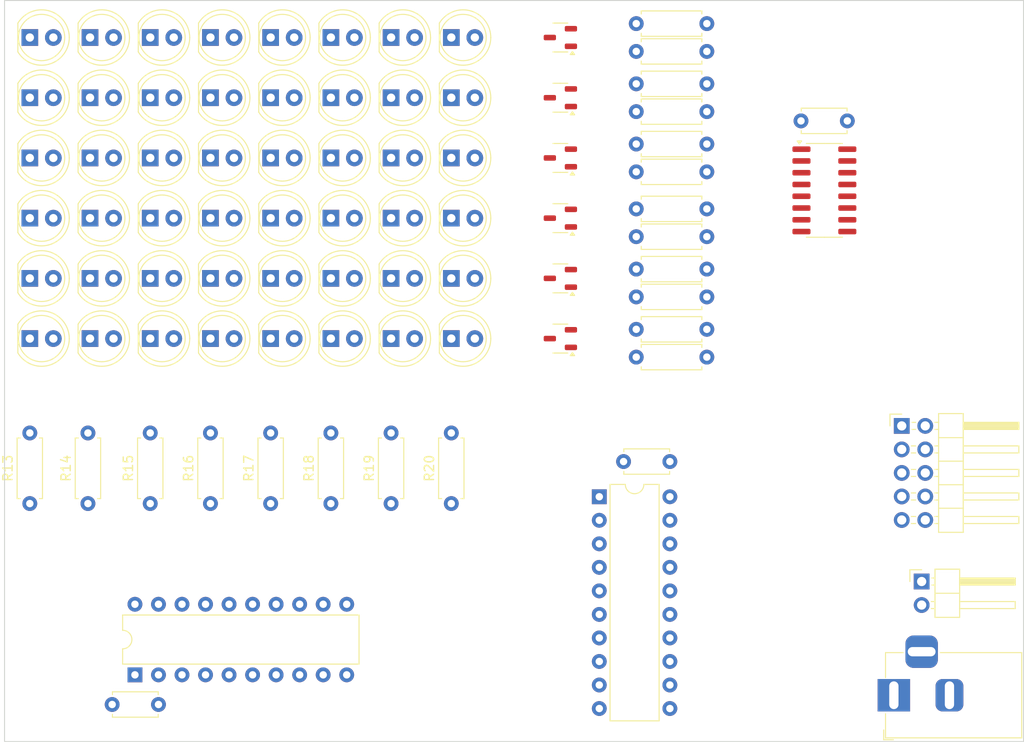
<source format=kicad_pcb>
(kicad_pcb (version 20240108) (generator "pcbnew") (generator_version "8.0")
  (layers (0 "F.Cu" signal) (31 "B.Cu" signal) (34 "B.Paste" user) (35 "F.Paste" user) (36 "B.SilkS" user "B.Silkscreen") (37 "F.SilkS" user "F.Silkscreen") (38 "B.Mask" user) (39 "F.Mask" user) (44 "Edge.Cuts" user))
  (net 0 "")
  (net 1 "+5V")
  (net 2 "GND")
  (net 3 "Net-(D1-K)")
  (net 4 "Net-(D1-A)")
  (net 5 "Net-(D10-K)")
  (net 6 "Net-(D11-K)")
  (net 7 "Net-(D12-K)")
  (net 8 "Net-(D13-K)")
  (net 9 "Net-(D14-K)")
  (net 10 "Net-(D15-K)")
  (net 11 "Net-(D16-K)")
  (net 12 "Net-(D10-A)")
  (net 13 "Net-(D17-A)")
  (net 14 "Net-(D25-A)")
  (net 15 "Net-(D33-A)")
  (net 16 "Net-(D41-A)")
  (net 17 "Net-(J1-Pin_2)")
  (net 18 "ApplyRowAndStrobe")
  (net 19 "OutputEnable")
  (net 20 "RowData")
  (net 21 "RowStrobe")
  (net 22 "ShiftRowData")
  (net 23 "ShiftRowStrobe")
  (net 24 "Net-(Q1-G)")
  (net 25 "Net-(Q2-G)")
  (net 26 "Net-(Q3-G)")
  (net 27 "Net-(Q4-G)")
  (net 28 "Net-(Q5-G)")
  (net 29 "Net-(Q6-G)")
  (net 30 "Net-(U2-QA)")
  (net 31 "Net-(U2-QB)")
  (net 32 "Net-(U2-QC)")
  (net 33 "Net-(U2-QD)")
  (net 34 "Net-(U2-QE)")
  (net 35 "Net-(U2-QF)")
  (net 36 "Net-(U3-DRAIN7)")
  (net 37 "Net-(U3-DRAIN6)")
  (net 38 "Net-(U3-DRAIN5)")
  (net 39 "Net-(U3-DRAIN4)")
  (net 40 "Net-(U3-DRAIN3)")
  (net 41 "Net-(U3-DRAIN2)")
  (net 42 "Net-(U3-DRAIN1)")
  (net 43 "Net-(U3-DRAIN0)")
  (net 44 "/ShiftRowStrobe'")
  (net 45 "/RowStrobe'")
  (net 47 "/RowData'")
  (net 49 "/ShiftRowData'")
  (net 50 "/ApplyRowAndStrobe'")
  (net 51 "/OutputEnable'")
  (footprint "LED_THT:LED_D5.0mm" (layer "F.Cu") (at 78.725 60.5)
    (property "Reference" "D13" (hide yes))
    (property "Value" "~" (hide yes))
    (pad "1" thru_hole rect (at 0 0) (size 1.8 1.8) (drill 0.9) (layers "*.Cu" "*.Mask") (net 8 "Net-(D13-K)"))
    (pad "2" thru_hole circle (at 2.54 0) (size 1.8 1.8) (drill 0.9) (layers "*.Cu" "*.Mask") (net 12 "Net-(D10-A)"))
  )
  (footprint "LED_THT:LED_D5.0mm" (layer "F.Cu") (at 78.725 67)
    (property "Reference" "D21" (hide yes))
    (property "Value" "~" (hide yes))
    (pad "1" thru_hole rect (at 0 0) (size 1.8 1.8) (drill 0.9) (layers "*.Cu" "*.Mask") (net 8 "Net-(D13-K)"))
    (pad "2" thru_hole circle (at 2.54 0) (size 1.8 1.8) (drill 0.9) (layers "*.Cu" "*.Mask") (net 13 "Net-(D17-A)"))
  )
  (footprint "LED_THT:LED_D5.0mm" (layer "F.Cu") (at 72.225 73.5)
    (property "Reference" "D28" (hide yes))
    (property "Value" "~" (hide yes))
    (pad "1" thru_hole rect (at 0 0) (size 1.8 1.8) (drill 0.9) (layers "*.Cu" "*.Mask") (net 7 "Net-(D12-K)"))
    (pad "2" thru_hole circle (at 2.54 0) (size 1.8 1.8) (drill 0.9) (layers "*.Cu" "*.Mask") (net 14 "Net-(D25-A)"))
  )
  (footprint "LED_THT:LED_D5.0mm" (layer "F.Cu") (at 91.725 67)
    (property "Reference" "D23" (hide yes))
    (property "Value" "~" (hide yes))
    (pad "1" thru_hole rect (at 0 0) (size 1.8 1.8) (drill 0.9) (layers "*.Cu" "*.Mask") (net 10 "Net-(D15-K)"))
    (pad "2" thru_hole circle (at 2.54 0) (size 1.8 1.8) (drill 0.9) (layers "*.Cu" "*.Mask") (net 13 "Net-(D17-A)"))
  )
  (footprint "LED_THT:LED_D5.0mm" (layer "F.Cu") (at 98.225 54)
    (property "Reference" "D8" (hide yes))
    (property "Value" "~" (hide yes))
    (pad "1" thru_hole rect (at 0 0) (size 1.8 1.8) (drill 0.9) (layers "*.Cu" "*.Mask") (net 11 "Net-(D16-K)"))
    (pad "2" thru_hole circle (at 2.54 0) (size 1.8 1.8) (drill 0.9) (layers "*.Cu" "*.Mask") (net 4 "Net-(D1-A)"))
  )
  (footprint "Resistor_THT:R_Axial_DIN0207_L6.3mm_D2.5mm_P7.62mm_Horizontal" (layer "F.Cu") (at 91.725 104.31 90)
    (property "Reference" "R19" (at 3.81 -2.37 90) (layer "F.SilkS"))
    (property "Value" "R")
    (pad "1" thru_hole circle (at 0 0 90) (size 1.6 1.6) (drill 0.8) (layers "*.Cu" "*.Mask") (net 42 "Net-(U3-DRAIN1)"))
    (pad "2" thru_hole oval (at 7.62 0 90) (size 1.6 1.6) (drill 0.8) (layers "*.Cu" "*.Mask") (net 10 "Net-(D15-K)"))
  )
  (footprint "Capacitor_THT:C_Disc_D4.7mm_W2.5mm_P5.00mm" (layer "F.Cu") (at 140.975 63 180)
    (property "Reference" "C2" (hide yes))
    (property "Value" "100nF" (hide yes))
    (pad "1" thru_hole circle (at 0 0 180) (size 1.6 1.6) (drill 0.8) (layers "*.Cu" "*.Mask") (net 1 "+5V"))
    (pad "2" thru_hole circle (at 5 0 180) (size 1.6 1.6) (drill 0.8) (layers "*.Cu" "*.Mask") (net 2 "GND"))
  )
  (footprint "LED_THT:LED_D5.0mm" (layer "F.Cu") (at 85.225 60.5)
    (property "Reference" "D14" (hide yes))
    (property "Value" "~" (hide yes))
    (pad "1" thru_hole rect (at 0 0) (size 1.8 1.8) (drill 0.9) (layers "*.Cu" "*.Mask") (net 9 "Net-(D14-K)"))
    (pad "2" thru_hole circle (at 2.54 0) (size 1.8 1.8) (drill 0.9) (layers "*.Cu" "*.Mask") (net 12 "Net-(D10-A)"))
  )
  (footprint "LED_THT:LED_D5.0mm" (layer "F.Cu") (at 65.725 54)
    (property "Reference" "D3" (hide yes))
    (property "Value" "~" (hide yes))
    (pad "1" thru_hole rect (at 0 0) (size 1.8 1.8) (drill 0.9) (layers "*.Cu" "*.Mask") (net 6 "Net-(D11-K)"))
    (pad "2" thru_hole circle (at 2.54 0) (size 1.8 1.8) (drill 0.9) (layers "*.Cu" "*.Mask") (net 4 "Net-(D1-A)"))
  )
  (footprint "LED_THT:LED_D5.0mm" (layer "F.Cu") (at 59.225 54)
    (property "Reference" "D2" (hide yes))
    (property "Value" "~" (hide yes))
    (pad "1" thru_hole rect (at 0 0) (size 1.8 1.8) (drill 0.9) (layers "*.Cu" "*.Mask") (net 5 "Net-(D10-K)"))
    (pad "2" thru_hole circle (at 2.54 0) (size 1.8 1.8) (drill 0.9) (layers "*.Cu" "*.Mask") (net 4 "Net-(D1-A)"))
  )
  (footprint "Resistor_THT:R_Axial_DIN0207_L6.3mm_D2.5mm_P7.62mm_Horizontal" (layer "F.Cu") (at 59 104.31 90)
    (property "Reference" "R14" (at 3.81 -2.37 90) (layer "F.SilkS"))
    (property "Value" "R")
    (pad "1" thru_hole circle (at 0 0 90) (size 1.6 1.6) (drill 0.8) (layers "*.Cu" "*.Mask") (net 37 "Net-(U3-DRAIN6)"))
    (pad "2" thru_hole oval (at 7.62 0 90) (size 1.6 1.6) (drill 0.8) (layers "*.Cu" "*.Mask") (net 5 "Net-(D10-K)"))
  )
  (footprint "LED_THT:LED_D5.0mm" (layer "F.Cu") (at 85.225 73.5)
    (property "Reference" "D30" (hide yes))
    (property "Value" "~" (hide yes))
    (pad "1" thru_hole rect (at 0 0) (size 1.8 1.8) (drill 0.9) (layers "*.Cu" "*.Mask") (net 9 "Net-(D14-K)"))
    (pad "2" thru_hole circle (at 2.54 0) (size 1.8 1.8) (drill 0.9) (layers "*.Cu" "*.Mask") (net 14 "Net-(D25-A)"))
  )
  (footprint "LED_THT:LED_D5.0mm" (layer "F.Cu") (at 65.725 80)
    (property "Reference" "D35" (hide yes))
    (property "Value" "~" (hide yes))
    (pad "1" thru_hole rect (at 0 0) (size 1.8 1.8) (drill 0.9) (layers "*.Cu" "*.Mask") (net 6 "Net-(D11-K)"))
    (pad "2" thru_hole circle (at 2.54 0) (size 1.8 1.8) (drill 0.9) (layers "*.Cu" "*.Mask") (net 15 "Net-(D33-A)"))
  )
  (footprint "LED_THT:LED_D5.0mm" (layer "F.Cu") (at 91.725 80)
    (property "Reference" "D39" (hide yes))
    (property "Value" "~" (hide yes))
    (pad "1" thru_hole rect (at 0 0) (size 1.8 1.8) (drill 0.9) (layers "*.Cu" "*.Mask") (net 10 "Net-(D15-K)"))
    (pad "2" thru_hole circle (at 2.54 0) (size 1.8 1.8) (drill 0.9) (layers "*.Cu" "*.Mask") (net 15 "Net-(D33-A)"))
  )
  (footprint "LED_THT:LED_D5.0mm" (layer "F.Cu") (at 98.225 86.5)
    (property "Reference" "D48" (hide yes))
    (property "Value" "~" (hide yes))
    (pad "1" thru_hole rect (at 0 0) (size 1.8 1.8) (drill 0.9) (layers "*.Cu" "*.Mask") (net 11 "Net-(D16-K)"))
    (pad "2" thru_hole circle (at 2.54 0) (size 1.8 1.8) (drill 0.9) (layers "*.Cu" "*.Mask") (net 16 "Net-(D41-A)"))
  )
  (footprint "Package_DIP:DIP-20_W7.62mm" (layer "F.Cu") (at 114.2 103.575)
    (property "Reference" "U1" (hide yes))
    (property "Value" "74HCT541" (hide yes))
    (pad "1" thru_hole rect (at 0 0) (size 1.6 1.6) (drill 0.8) (layers "*.Cu" "*.Mask") (net 2 "GND"))
    (pad "2" thru_hole oval (at 0 2.54) (size 1.6 1.6) (drill 0.8) (layers "*.Cu" "*.Mask") (net 20 "RowData"))
    (pad "3" thru_hole oval (at 0 5.08) (size 1.6 1.6) (drill 0.8) (layers "*.Cu" "*.Mask") (net 22 "ShiftRowData"))
    (pad "4" thru_hole oval (at 0 7.62) (size 1.6 1.6) (drill 0.8) (layers "*.Cu" "*.Mask") (net 18 "ApplyRowAndStrobe"))
    (pad "5" thru_hole oval (at 0 10.16) (size 1.6 1.6) (drill 0.8) (layers "*.Cu" "*.Mask") (net 21 "RowStrobe"))
    (pad "6" thru_hole oval (at 0 12.7) (size 1.6 1.6) (drill 0.8) (layers "*.Cu" "*.Mask") (net 23 "ShiftRowStrobe"))
    (pad "7" thru_hole oval (at 0 15.24) (size 1.6 1.6) (drill 0.8) (layers "*.Cu" "*.Mask") (net 19 "OutputEnable"))
    (pad "8" thru_hole oval (at 0 17.78) (size 1.6 1.6) (drill 0.8) (layers "*.Cu" "*.Mask") (net 2 "GND"))
    (pad "9" thru_hole oval (at 0 20.32) (size 1.6 1.6) (drill 0.8) (layers "*.Cu" "*.Mask") (net 2 "GND"))
    (pad "10" thru_hole oval (at 0 22.86) (size 1.6 1.6) (drill 0.8) (layers "*.Cu" "*.Mask") (net 2 "GND"))
    (pad "11" thru_hole oval (at 7.62 22.86) (size 1.6 1.6) (drill 0.8) (layers "*.Cu" "*.Mask"))
    (pad "12" thru_hole oval (at 7.62 20.32) (size 1.6 1.6) (drill 0.8) (layers "*.Cu" "*.Mask"))
    (pad "13" thru_hole oval (at 7.62 17.78) (size 1.6 1.6) (drill 0.8) (layers "*.Cu" "*.Mask") (net 51 "/OutputEnable'"))
    (pad "14" thru_hole oval (at 7.62 15.24) (size 1.6 1.6) (drill 0.8) (layers "*.Cu" "*.Mask") (net 44 "/ShiftRowStrobe'"))
    (pad "15" thru_hole oval (at 7.62 12.7) (size 1.6 1.6) (drill 0.8) (layers "*.Cu" "*.Mask") (net 45 "/RowStrobe'"))
    (pad "16" thru_hole oval (at 7.62 10.16) (size 1.6 1.6) (drill 0.8) (layers "*.Cu" "*.Mask") (net 50 "/ApplyRowAndStrobe'"))
    (pad "17" thru_hole oval (at 7.62 7.62) (size 1.6 1.6) (drill 0.8) (layers "*.Cu" "*.Mask") (net 49 "/ShiftRowData'"))
    (pad "18" thru_hole oval (at 7.62 5.08) (size 1.6 1.6) (drill 0.8) (layers "*.Cu" "*.Mask") (net 47 "/RowData'"))
    (pad "19" thru_hole oval (at 7.62 2.54) (size 1.6 1.6) (drill 0.8) (layers "*.Cu" "*.Mask") (net 2 "GND"))
    (pad "20" thru_hole oval (at 7.62 0) (size 1.6 1.6) (drill 0.8) (layers "*.Cu" "*.Mask") (net 1 "+5V"))
  )
  (footprint "Resistor_THT:R_Axial_DIN0207_L6.3mm_D2.5mm_P7.62mm_Horizontal" (layer "F.Cu") (at 118.19 88.5)
    (property "Reference" "R12" (hide yes))
    (property "Value" "150R" (hide yes))
    (pad "1" thru_hole circle (at 0 0) (size 1.6 1.6) (drill 0.8) (layers "*.Cu" "*.Mask") (net 29 "Net-(Q6-G)"))
    (pad "2" thru_hole oval (at 7.62 0) (size 1.6 1.6) (drill 0.8) (layers "*.Cu" "*.Mask") (net 35 "Net-(U2-QF)"))
  )
  (footprint "LED_THT:LED_D5.0mm" (layer "F.Cu") (at 72.225 80)
    (property "Reference" "D36" (hide yes))
    (property "Value" "~" (hide yes))
    (pad "1" thru_hole rect (at 0 0) (size 1.8 1.8) (drill 0.9) (layers "*.Cu" "*.Mask") (net 7 "Net-(D12-K)"))
    (pad "2" thru_hole circle (at 2.54 0) (size 1.8 1.8) (drill 0.9) (layers "*.Cu" "*.Mask") (net 15 "Net-(D33-A)"))
  )
  (footprint "LED_THT:LED_D5.0mm" (layer "F.Cu") (at 59.225 73.5)
    (property "Reference" "D26" (hide yes))
    (property "Value" "~" (hide yes))
    (pad "1" thru_hole rect (at 0 0) (size 1.8 1.8) (drill 0.9) (layers "*.Cu" "*.Mask") (net 5 "Net-(D10-K)"))
    (pad "2" thru_hole circle (at 2.54 0) (size 1.8 1.8) (drill 0.9) (layers "*.Cu" "*.Mask") (net 14 "Net-(D25-A)"))
  )
  (footprint "LED_THT:LED_D5.0mm" (layer "F.Cu") (at 98.225 67)
    (property "Reference" "D24" (hide yes))
    (property "Value" "~" (hide yes))
    (pad "1" thru_hole rect (at 0 0) (size 1.8 1.8) (drill 0.9) (layers "*.Cu" "*.Mask") (net 11 "Net-(D16-K)"))
    (pad "2" thru_hole circle (at 2.54 0) (size 1.8 1.8) (drill 0.9) (layers "*.Cu" "*.Mask") (net 13 "Net-(D17-A)"))
  )
  (footprint "Resistor_THT:R_Axial_DIN0207_L6.3mm_D2.5mm_P7.62mm_Horizontal" (layer "F.Cu") (at 78.725 104.31 90)
    (property "Reference" "R17" (at 3.81 -2.37 90) (layer "F.SilkS"))
    (property "Value" "R")
    (pad "1" thru_hole circle (at 0 0 90) (size 1.6 1.6) (drill 0.8) (layers "*.Cu" "*.Mask") (net 40 "Net-(U3-DRAIN3)"))
    (pad "2" thru_hole oval (at 7.62 0 90) (size 1.6 1.6) (drill 0.8) (layers "*.Cu" "*.Mask") (net 8 "Net-(D13-K)"))
  )
  (footprint "LED_THT:LED_D5.0mm" (layer "F.Cu") (at 52.725 73.5)
    (property "Reference" "D25" (hide yes))
    (property "Value" "~" (hide yes))
    (pad "1" thru_hole rect (at 0 0) (size 1.8 1.8) (drill 0.9) (layers "*.Cu" "*.Mask") (net 3 "Net-(D1-K)"))
    (pad "2" thru_hole circle (at 2.54 0) (size 1.8 1.8) (drill 0.9) (layers "*.Cu" "*.Mask") (net 14 "Net-(D25-A)"))
  )
  (footprint "Package_TO_SOT_SMD:SOT-23-3" (layer "F.Cu") (at 110 54 180)
    (property "Reference" "Q1" (hide yes))
    (property "Value" "SQ2351CES" (hide yes))
    (pad "1" smd roundrect (at -1.1375 -0.95 180) (size 1.325 0.6) (layers "F.Cu" "F.Paste" "F.Mask") (net 24 "Net-(Q1-G)"))
    (pad "2" smd roundrect (at -1.1375 0.95 180) (size 1.325 0.6) (layers "F.Cu" "F.Paste" "F.Mask") (net 1 "+5V"))
    (pad "3" smd roundrect (at 1.1375 0 180) (size 1.325 0.6) (layers "F.Cu" "F.Paste" "F.Mask") (net 4 "Net-(D1-A)"))
  )
  (footprint "Capacitor_THT:C_Disc_D4.7mm_W2.5mm_P5.00mm" (layer "F.Cu") (at 121.82 99.775 180)
    (property "Reference" "C1" (hide yes))
    (property "Value" "100nF" (hide yes))
    (pad "1" thru_hole circle (at 0 0 180) (size 1.6 1.6) (drill 0.8) (layers "*.Cu" "*.Mask") (net 1 "+5V"))
    (pad "2" thru_hole circle (at 5 0 180) (size 1.6 1.6) (drill 0.8) (layers "*.Cu" "*.Mask") (net 2 "GND"))
  )
  (footprint "LED_THT:LED_D5.0mm" (layer "F.Cu") (at 52.725 86.5)
    (property "Reference" "D41" (hide yes))
    (property "Value" "~" (hide yes))
    (pad "1" thru_hole rect (at 0 0) (size 1.8 1.8) (drill 0.9) (layers "*.Cu" "*.Mask") (net 3 "Net-(D1-K)"))
    (pad "2" thru_hole circle (at 2.54 0) (size 1.8 1.8) (drill 0.9) (layers "*.Cu" "*.Mask") (net 16 "Net-(D41-A)"))
  )
  (footprint "LED_THT:LED_D5.0mm" (layer "F.Cu") (at 59.225 60.5)
    (property "Reference" "D10" (hide yes))
    (property "Value" "~" (hide yes))
    (pad "1" thru_hole rect (at 0 0) (size 1.8 1.8) (drill 0.9) (layers "*.Cu" "*.Mask") (net 5 "Net-(D10-K)"))
    (pad "2" thru_hole circle (at 2.54 0) (size 1.8 1.8) (drill 0.9) (layers "*.Cu" "*.Mask") (net 12 "Net-(D10-A)"))
  )
  (footprint "Resistor_THT:R_Axial_DIN0207_L6.3mm_D2.5mm_P7.62mm_Horizontal" (layer "F.Cu") (at 52.725 104.31 90)
    (property "Reference" "R13" (at 3.81 -2.37 90) (layer "F.SilkS"))
    (property "Value" "R")
    (pad "1" thru_hole circle (at 0 0 90) (size 1.6 1.6) (drill 0.8) (layers "*.Cu" "*.Mask") (net 36 "Net-(U3-DRAIN7)"))
    (pad "2" thru_hole oval (at 7.62 0 90) (size 1.6 1.6) (drill 0.8) (layers "*.Cu" "*.Mask") (net 3 "Net-(D1-K)"))
  )
  (footprint "LED_THT:LED_D5.0mm" (layer "F.Cu") (at 91.725 73.5)
    (property "Reference" "D31" (hide yes))
    (property "Value" "~" (hide yes))
    (pad "1" thru_hole rect (at 0 0) (size 1.8 1.8) (drill 0.9) (layers "*.Cu" "*.Mask") (net 10 "Net-(D15-K)"))
    (pad "2" thru_hole circle (at 2.54 0) (size 1.8 1.8) (drill 0.9) (layers "*.Cu" "*.Mask") (net 14 "Net-(D25-A)"))
  )
  (footprint "LED_THT:LED_D5.0mm" (layer "F.Cu") (at 91.725 60.5)
    (property "Reference" "D15" (hide yes))
    (property "Value" "~" (hide yes))
    (pad "1" thru_hole rect (at 0 0) (size 1.8 1.8) (drill 0.9) (layers "*.Cu" "*.Mask") (net 10 "Net-(D15-K)"))
    (pad "2" thru_hole circle (at 2.54 0) (size 1.8 1.8) (drill 0.9) (layers "*.Cu" "*.Mask") (net 12 "Net-(D10-A)"))
  )
  (footprint "Package_TO_SOT_SMD:SOT-23-3" (layer "F.Cu") (at 110 67 180)
    (property "Reference" "Q3" (hide yes))
    (property "Value" "SQ2351CES" (hide yes))
    (pad "1" smd roundrect (at -1.1375 -0.95 180) (size 1.325 0.6) (layers "F.Cu" "F.Paste" "F.Mask") (net 26 "Net-(Q3-G)"))
    (pad "2" smd roundrect (at -1.1375 0.95 180) (size 1.325 0.6) (layers "F.Cu" "F.Paste" "F.Mask") (net 1 "+5V"))
    (pad "3" smd roundrect (at 1.1375 0 180) (size 1.325 0.6) (layers "F.Cu" "F.Paste" "F.Mask") (net 13 "Net-(D17-A)"))
  )
  (footprint "Capacitor_THT:C_Disc_D4.7mm_W2.5mm_P5.00mm" (layer "F.Cu") (at 66.615 126 180)
    (property "Reference" "C3" (hide yes))
    (property "Value" "100nF" (hide yes))
    (pad "1" thru_hole circle (at 0 0 180) (size 1.6 1.6) (drill 0.8) (layers "*.Cu" "*.Mask") (net 1 "+5V"))
    (pad "2" thru_hole circle (at 5 0 180) (size 1.6 1.6) (drill 0.8) (layers "*.Cu" "*.Mask") (net 2 "GND"))
  )
  (footprint "Resistor_THT:R_Axial_DIN0207_L6.3mm_D2.5mm_P7.62mm_Horizontal" (layer "F.Cu") (at 98.225 104.31 90)
    (property "Reference" "R20" (at 3.81 -2.37 90) (layer "F.SilkS"))
    (property "Value" "R")
    (pad "1" thru_hole circle (at 0 0 90) (size 1.6 1.6) (drill 0.8) (layers "*.Cu" "*.Mask") (net 43 "Net-(U3-DRAIN0)"))
    (pad "2" thru_hole oval (at 7.62 0 90) (size 1.6 1.6) (drill 0.8) (layers "*.Cu" "*.Mask") (net 11 "Net-(D16-K)"))
  )
  (footprint "LED_THT:LED_D5.0mm" (layer "F.Cu") (at 91.725 54)
    (property "Reference" "D7" (hide yes))
    (property "Value" "~" (hide yes))
    (pad "1" thru_hole rect (at 0 0) (size 1.8 1.8) (drill 0.9) (layers "*.Cu" "*.Mask") (net 10 "Net-(D15-K)"))
    (pad "2" thru_hole circle (at 2.54 0) (size 1.8 1.8) (drill 0.9) (layers "*.Cu" "*.Mask") (net 4 "Net-(D1-A)"))
  )
  (footprint "Connector_PinHeader_2.54mm:PinHeader_2x05_P2.54mm_Horizontal" (layer "F.Cu") (at 146.85 95.925)
    (property "Reference" "J3" (hide yes))
    (property "Value" "~" (hide yes))
    (pad "1" thru_hole rect (at 0 0) (size 1.7 1.7) (drill 1) (layers "*.Cu" "*.Mask") (net 20 "RowData"))
    (pad "2" thru_hole oval (at 2.54 0) (size 1.7 1.7) (drill 1) (layers "*.Cu" "*.Mask") (net 21 "RowStrobe"))
    (pad "3" thru_hole oval (at 0 2.54) (size 1.7 1.7) (drill 1) (layers "*.Cu" "*.Mask") (net 22 "ShiftRowData"))
    (pad "4" thru_hole oval (at 2.54 2.54) (size 1.7 1.7) (drill 1) (layers "*.Cu" "*.Mask") (net 23 "ShiftRowStrobe"))
    (pad "5" thru_hole oval (at 0 5.08) (size 1.7 1.7) (drill 1) (layers "*.Cu" "*.Mask") (net 18 "ApplyRowAndStrobe"))
    (pad "6" thru_hole oval (at 2.54 5.08) (size 1.7 1.7) (drill 1) (layers "*.Cu" "*.Mask") (net 19 "OutputEnable"))
    (pad "7" thru_hole oval (at 0 7.62) (size 1.7 1.7) (drill 1) (layers "*.Cu" "*.Mask"))
    (pad "8" thru_hole oval (at 2.54 7.62) (size 1.7 1.7) (drill 1) (layers "*.Cu" "*.Mask"))
    (pad "9" thru_hole oval (at 0 10.16) (size 1.7 1.7) (drill 1) (layers "*.Cu" "*.Mask") (net 2 "GND"))
    (pad "10" thru_hole oval (at 2.54 10.16) (size 1.7 1.7) (drill 1) (layers "*.Cu" "*.Mask") (net 2 "GND"))
  )
  (footprint "Resistor_THT:R_Axial_DIN0207_L6.3mm_D2.5mm_P7.62mm_Horizontal" (layer "F.Cu") (at 65.725 104.31 90)
    (property "Reference" "R15" (at 3.81 -2.37 90) (layer "F.SilkS"))
    (property "Value" "R")
    (pad "1" thru_hole circle (at 0 0 90) (size 1.6 1.6) (drill 0.8) (layers "*.Cu" "*.Mask") (net 38 "Net-(U3-DRAIN5)"))
    (pad "2" thru_hole oval (at 7.62 0 90) (size 1.6 1.6) (drill 0.8) (layers "*.Cu" "*.Mask") (net 6 "Net-(D11-K)"))
  )
  (footprint "LED_THT:LED_D5.0mm" (layer "F.Cu") (at 65.725 60.5)
    (property "Reference" "D11" (hide yes))
    (property "Value" "~" (hide yes))
    (pad "1" thru_hole rect (at 0 0) (size 1.8 1.8) (drill 0.9) (layers "*.Cu" "*.Mask") (net 6 "Net-(D11-K)"))
    (pad "2" thru_hole circle (at 2.54 0) (size 1.8 1.8) (drill 0.9) (layers "*.Cu" "*.Mask") (net 12 "Net-(D10-A)"))
  )
  (footprint "Package_TO_SOT_SMD:SOT-23-3" (layer "F.Cu") (at 110 60.5 180)
    (property "Reference" "Q2" (hide yes))
    (property "Value" "SQ2351CES" (hide yes))
    (pad "1" smd roundrect (at -1.1375 -0.95 180) (size 1.325 0.6) (layers "F.Cu" "F.Paste" "F.Mask") (net 25 "Net-(Q2-G)"))
    (pad "2" smd roundrect (at -1.1375 0.95 180) (size 1.325 0.6) (layers "F.Cu" "F.Paste" "F.Mask") (net 1 "+5V"))
    (pad "3" smd roundrect (at 1.1375 0 180) (size 1.325 0.6) (layers "F.Cu" "F.Paste" "F.Mask") (net 12 "Net-(D10-A)"))
  )
  (footprint "LED_THT:LED_D5.0mm" (layer "F.Cu") (at 72.225 86.5)
    (property "Reference" "D44" (hide yes))
    (property "Value" "~" (hide yes))
    (pad "1" thru_hole rect (at 0 0) (size 1.8 1.8) (drill 0.9) (layers "*.Cu" "*.Mask") (net 7 "Net-(D12-K)"))
    (pad "2" thru_hole circle (at 2.54 0) (size 1.8 1.8) (drill 0.9) (layers "*.Cu" "*.Mask") (net 16 "Net-(D41-A)"))
  )
  (footprint "LED_THT:LED_D5.0mm" (layer "F.Cu") (at 78.725 73.5)
    (property "Reference" "D29" (hide yes))
    (property "Value" "~" (hide yes))
    (pad "1" thru_hole rect (at 0 0) (size 1.8 1.8) (drill 0.9) (layers "*.Cu" "*.Mask") (net 8 "Net-(D13-K)"))
    (pad "2" thru_hole circle (at 2.54 0) (size 1.8 1.8) (drill 0.9) (layers "*.Cu" "*.Mask") (net 14 "Net-(D25-A)"))
  )
  (footprint "Connector_PinHeader_2.54mm:PinHeader_1x02_P2.54mm_Horizontal" (layer "F.Cu") (at 149 112.725)
    (property "Reference" "J1" (hide yes))
    (property "Value" "~" (hide yes))
    (pad "1" thru_hole rect (at 0 0) (size 1.7 1.7) (drill 1) (layers "*.Cu" "*.Mask") (net 1 "+5V"))
    (pad "2" thru_hole oval (at 0 2.54) (size 1.7 1.7) (drill 1) (layers "*.Cu" "*.Mask") (net 17 "Net-(J1-Pin_2)"))
  )
  (footprint "Resistor_THT:R_Axial_DIN0207_L6.3mm_D2.5mm_P7.62mm_Horizontal" (layer "F.Cu") (at 118.19 75.5)
    (property "Reference" "R10" (hide yes))
    (property "Value" "150R" (hide yes))
    (pad "1" thru_hole circle (at 0 0) (size 1.6 1.6) (drill 0.8) (layers "*.Cu" "*.Mask") (net 27 "Net-(Q4-G)"))
    (pad "2" thru_hole oval (at 7.62 0) (size 1.6 1.6) (drill 0.8) (layers "*.Cu" "*.Mask") (net 33 "Net-(U2-QD)"))
  )
  (footprint "LED_THT:LED_D5.0mm" (layer "F.Cu") (at 78.725 86.5)
    (property "Reference" "D45" (hide yes))
    (property "Value" "~" (hide yes))
    (pad "1" thru_hole rect (at 0 0) (size 1.8 1.8) (drill 0.9) (layers "*.Cu" "*.Mask") (net 8 "Net-(D13-K)"))
    (pad "2" thru_hole circle (at 2.54 0) (size 1.8 1.8) (drill 0.9) (layers "*.Cu" "*.Mask") (net 16 "Net-(D41-A)"))
  )
  (footprint "Resistor_THT:R_Axial_DIN0207_L6.3mm_D2.5mm_P7.62mm_Horizontal" (layer "F.Cu") (at 118.19 85.5)
    (property "Reference" "R6" (hide yes))
    (property "Value" "1M" (hide yes))
    (pad "1" thru_hole circle (at 0 0) (size 1.6 1.6) (drill 0.8) (layers "*.Cu" "*.Mask") (net 1 "+5V"))
    (pad "2" thru_hole oval (at 7.62 0) (size 1.6 1.6) (drill 0.8) (layers "*.Cu" "*.Mask") (net 35 "Net-(U2-QF)"))
  )
  (footprint "Package_TO_SOT_SMD:SOT-23-3" (layer "F.Cu") (at 110 80 180)
    (property "Reference" "Q5" (hide yes))
    (property "Value" "SQ2351CES" (hide yes))
    (pad "1" smd roundrect (at -1.1375 -0.95 180) (size 1.325 0.6) (layers "F.Cu" "F.Paste" "F.Mask") (net 28 "Net-(Q5-G)"))
    (pad "2" smd roundrect (at -1.1375 0.95 180) (size 1.325 0.6) (layers "F.Cu" "F.Paste" "F.Mask") (net 1 "+5V"))
    (pad "3" smd roundrect (at 1.1375 0 180) (size 1.325 0.6) (layers "F.Cu" "F.Paste" "F.Mask") (net 15 "Net-(D33-A)"))
  )
  (footprint "Resistor_THT:R_Axial_DIN0207_L6.3mm_D2.5mm_P7.62mm_Horizontal" (layer "F.Cu") (at 85.225 104.31 90)
    (property "Reference" "R18" (at 3.81 -2.37 90) (layer "F.SilkS"))
    (property "Value" "R")
    (pad "1" thru_hole circle (at 0 0 90) (size 1.6 1.6) (drill 0.8) (layers "*.Cu" "*.Mask") (net 41 "Net-(U3-DRAIN2)"))
    (pad "2" thru_hole oval (at 7.62 0 90) (size 1.6 1.6) (drill 0.8) (layers "*.Cu" "*.Mask") (net 9 "Net-(D14-K)"))
  )
  (footprint "LED_THT:LED_D5.0mm" (layer "F.Cu") (at 65.725 86.5)
    (property "Reference" "D43" (hide yes))
    (property "Value" "~" (hide yes))
    (pad "1" thru_hole rect (at 0 0) (size 1.8 1.8) (drill 0.9) (layers "*.Cu" "*.Mask") (net 6 "Net-(D11-K)"))
    (pad "2" thru_hole circle (at 2.54 0) (size 1.8 1.8) (drill 0.9) (layers "*.Cu" "*.Mask") (net 16 "Net-(D41-A)"))
  )
  (footprint "Resistor_THT:R_Axial_DIN0207_L6.3mm_D2.5mm_P7.62mm_Horizontal" (layer "F.Cu") (at 118.19 82)
    (property "Reference" "R11" (hide yes))
    (property "Value" "150R" (hide yes))
    (pad "1" thru_hole circle (at 0 0) (size 1.6 1.6) (drill 0.8) (layers "*.Cu" "*.Mask") (net 28 "Net-(Q5-G)"))
    (pad "2" thru_hole oval (at 7.62 0) (size 1.6 1.6) (drill 0.8) (layers "*.Cu" "*.Mask") (net 34 "Net-(U2-QE)"))
  )
  (footprint "LED_THT:LED_D5.0mm" (layer "F.Cu") (at 72.225 60.5)
    (property "Reference" "D12" (hide yes))
    (property "Value" "~" (hide yes))
    (pad "1" thru_hole rect (at 0 0) (size 1.8 1.8) (drill 0.9) (layers "*.Cu" "*.Mask") (net 7 "Net-(D12-K)"))
    (pad "2" thru_hole circle (at 2.54 0) (size 1.8 1.8) (drill 0.9) (layers "*.Cu" "*.Mask") (net 12 "Net-(D10-A)"))
  )
  (footprint "Package_DIP:DIP-20_W7.62mm" (layer "F.Cu") (at 64.075 122.8 90)
    (property "Reference" "U3" (hide yes))
    (property "Value" "TPIC6B595N" (hide yes))
    (pad "1" thru_hole rect (at 0 0 90) (size 1.6 1.6) (drill 0.8) (layers "*.Cu" "*.Mask"))
    (pad "2" thru_hole oval (at 0 2.54 90) (size 1.6 1.6) (drill 0.8) (layers "*.Cu" "*.Mask") (net 1 "+5V"))
    (pad "3" thru_hole oval (at 0 5.08 90) (size 1.6 1.6) (drill 0.8) (layers "*.Cu" "*.Mask") (net 47 "/RowData'"))
    (pad "4" thru_hole oval (at 0 7.62 90) (size 1.6 1.6) (drill 0.8) (layers "*.Cu" "*.Mask") (net 43 "Net-(U3-DRAIN0)"))
    (pad "5" thru_hole oval (at 0 10.16 90) (size 1.6 1.6) (drill 0.8) (layers "*.Cu" "*.Mask") (net 42 "Net-(U3-DRAIN1)"))
    (pad "6" thru_hole oval (at 0 12.7 90) (size 1.6 1.6) (drill 0.8) (layers "*.Cu" "*.Mask") (net 41 "Net-(U3-DRAIN2)"))
    (pad "7" thru_hole oval (at 0 15.24 90) (size 1.6 1.6) (drill 0.8) (layers "*.Cu" "*.Mask") (net 40 "Net-(U3-DRAIN3)"))
    (pad "8" thru_hole oval (at 0 17.78 90) (size 1.6 1.6) (drill 0.8) (layers "*.Cu" "*.Mask") (net 1 "+5V"))
    (pad "9" thru_hole oval (at 0 20.32 90) (size 1.6 1.6) (drill 0.8) (layers "*.Cu" "*.Mask") (net 2 "GND"))
    (pad "10" thru_hole oval (at 0 22.86 90) (size 1.6 1.6) (drill 0.8) (layers "*.Cu" "*.Mask") (net 2 "GND"))
    (pad "11" thru_hole oval (at 7.62 22.86 90) (size 1.6 1.6) (drill 0.8) (layers "*.Cu" "*.Mask") (net 2 "GND"))
    (pad "12" thru_hole oval (at 7.62 20.32 90) (size 1.6 1.6) (drill 0.8) (layers "*.Cu" "*.Mask") (net 50 "/ApplyRowAndStrobe'"))
    (pad "13" thru_hole oval (at 7.62 17.78 90) (size 1.6 1.6) (drill 0.8) (layers "*.Cu" "*.Mask") (net 49 "/ShiftRowData'"))
    (pad "14" thru_hole oval (at 7.62 15.24 90) (size 1.6 1.6) (drill 0.8) (layers "*.Cu" "*.Mask") (net 39 "Net-(U3-DRAIN4)"))
    (pad "15" thru_hole oval (at 7.62 12.7 90) (size 1.6 1.6) (drill 0.8) (layers "*.Cu" "*.Mask") (net 38 "Net-(U3-DRAIN5)"))
    (pad "16" thru_hole oval (at 7.62 10.16 90) (size 1.6 1.6) (drill 0.8) (layers "*.Cu" "*.Mask") (net 37 "Net-(U3-DRAIN6)"))
    (pad "17" thru_hole oval (at 7.62 7.62 90) (size 1.6 1.6) (drill 0.8) (layers "*.Cu" "*.Mask") (net 36 "Net-(U3-DRAIN7)"))
    (pad "18" thru_hole oval (at 7.62 5.08 90) (size 1.6 1.6) (drill 0.8) (layers "*.Cu" "*.Mask"))
    (pad "19" thru_hole oval (at 7.62 2.54 90) (size 1.6 1.6) (drill 0.8) (layers "*.Cu" "*.Mask") (net 2 "GND"))
    (pad "20" thru_hole oval (at 7.62 0 90) (size 1.6 1.6) (drill 0.8) (layers "*.Cu" "*.Mask"))
  )
  (footprint "LED_THT:LED_D5.0mm" (layer "F.Cu") (at 52.725 80)
    (property "Reference" "D33" (hide yes))
    (property "Value" "~" (hide yes))
    (pad "1" thru_hole rect (at 0 0) (size 1.8 1.8) (drill 0.9) (layers "*.Cu" "*.Mask") (net 3 "Net-(D1-K)"))
    (pad "2" thru_hole circle (at 2.54 0) (size 1.8 1.8) (drill 0.9) (layers "*.Cu" "*.Mask") (net 15 "Net-(D33-A)"))
  )
  (footprint "LED_THT:LED_D5.0mm" (layer "F.Cu") (at 52.725 67)
    (property "Reference" "D17" (hide yes))
    (property "Value" "~" (hide yes))
    (pad "1" thru_hole rect (at 0 0) (size 1.8 1.8) (drill 0.9) (layers "*.Cu" "*.Mask") (net 3 "Net-(D1-K)"))
    (pad "2" thru_hole circle (at 2.54 0) (size 1.8 1.8) (drill 0.9) (layers "*.Cu" "*.Mask") (net 13 "Net-(D17-A)"))
  )
  (footprint "LED_THT:LED_D5.0mm" (layer "F.Cu") (at 72.225 54)
    (property "Reference" "D4" (hide yes))
    (property "Value" "~" (hide yes))
    (pad "1" thru_hole rect (at 0 0) (size 1.8 1.8) (drill 0.9) (layers "*.Cu" "*.Mask") (net 7 "Net-(D12-K)"))
    (pad "2" thru_hole circle (at 2.54 0) (size 1.8 1.8) (drill 0.9) (layers "*.Cu" "*.Mask") (net 4 "Net-(D1-A)"))
  )
  (footprint "Package_SO:SOIC-16_3.9x9.9mm_P1.27mm" (layer "F.Cu") (at 138.5 70.5)
    (property "Reference" "U2" (hide yes))
    (property "Value" "74HCT595" (hide yes))
    (pad "1" smd roundrect (at -2.475 -4.445) (size 1.95 0.6) (layers "F.Cu" "F.Paste" "F.Mask") (net 31 "Net-(U2-QB)"))
    (pad "2" smd roundrect (at -2.475 -3.175) (size 1.95 0.6) (layers "F.Cu" "F.Paste" "F.Mask") (net 32 "Net-(U2-QC)"))
    (pad "3" smd roundrect (at -2.475 -1.905) (size 1.95 0.6) (layers "F.Cu" "F.Paste" "F.Mask") (net 33 "Net-(U2-QD)"))
    (pad "4" smd roundrect (at -2.475 -0.635) (size 1.95 0.6) (layers "F.Cu" "F.Paste" "F.Mask") (net 34 "Net-(U2-QE)"))
    (pad "5" smd roundrect (at -2.475 0.635) (size 1.95 0.6) (layers "F.Cu" "F.Paste" "F.Mask") (net 35 "Net-(U2-QF)"))
    (pad "6" smd roundrect (at -2.475 1.905) (size 1.95 0.6) (layers "F.Cu" "F.Paste" "F.Mask"))
    (pad "7" smd roundrect (at -2.475 3.175) (size 1.95 0.6) (layers "F.Cu" "F.Paste" "F.Mask"))
    (pad "8" smd roundrect (at -2.475 4.445) (size 1.95 0.6) (layers "F.Cu" "F.Paste" "F.Mask") (net 2 "GND"))
    (pad "9" smd roundrect (at 2.475 4.445) (size 1.95 0.6) (layers "F.Cu" "F.Paste" "F.Mask"))
    (pad "10" smd roundrect (at 2.475 3.175) (size 1.95 0.6) (layers "F.Cu" "F.Paste" "F.Mask") (net 1 "+5V"))
    (pad "11" smd roundrect (at 2.475 1.905) (size 1.95 0.6) (layers "F.Cu" "F.Paste" "F.Mask") (net 44 "/ShiftRowStrobe'"))
    (pad "12" smd roundrect (at 2.475 0.635) (size 1.95 0.6) (layers "F.Cu" "F.Paste" "F.Mask") (net 50 "/ApplyRowAndStrobe'"))
    (pad "13" smd roundrect (at 2.475 -0.635) (size 1.95 0.6) (layers "F.Cu" "F.Paste" "F.Mask") (net 51 "/OutputEnable'"))
    (pad "14" smd roundrect (at 2.475 -1.905) (size 1.95 0.6) (layers "F.Cu" "F.Paste" "F.Mask") (net 45 "/RowStrobe'"))
    (pad "15" smd roundrect (at 2.475 -3.175) (size 1.95 0.6) (layers "F.Cu" "F.Paste" "F.Mask") (net 30 "Net-(U2-QA)"))
    (pad "16" smd roundrect (at 2.475 -4.445) (size 1.95 0.6) (layers "F.Cu" "F.Paste" "F.Mask") (net 1 "+5V"))
  )
  (footprint "LED_THT:LED_D5.0mm" (layer "F.Cu") (at 52.725 60.5)
    (property "Reference" "D9" (hide yes))
    (property "Value" "~" (hide yes))
    (pad "1" thru_hole rect (at 0 0) (size 1.8 1.8) (drill 0.9) (layers "*.Cu" "*.Mask") (net 3 "Net-(D1-K)"))
    (pad "2" thru_hole circle (at 2.54 0) (size 1.8 1.8) (drill 0.9) (layers "*.Cu" "*.Mask") (net 12 "Net-(D10-A)"))
  )
  (footprint "Resistor_THT:R_Axial_DIN0207_L6.3mm_D2.5mm_P7.62mm_Horizontal" (layer "F.Cu") (at 118.19 65.5)
    (property "Reference" "R3" (hide yes))
    (property "Value" "1M" (hide yes))
    (pad "1" thru_hole circle (at 0 0) (size 1.6 1.6) (drill 0.8) (layers "*.Cu" "*.Mask") (net 1 "+5V"))
    (pad "2" thru_hole oval (at 7.62 0) (size 1.6 1.6) (drill 0.8) (layers "*.Cu" "*.Mask") (net 32 "Net-(U2-QC)"))
  )
  (footprint "LED_THT:LED_D5.0mm" (layer "F.Cu") (at 98.225 73.5)
    (property "Reference" "D32" (hide yes))
    (property "Value" "~" (hide yes))
    (pad "1" thru_hole rect (at 0 0) (size 1.8 1.8) (drill 0.9) (layers "*.Cu" "*.Mask") (net 11 "Net-(D16-K)"))
    (pad "2" thru_hole circle (at 2.54 0) (size 1.8 1.8) (drill 0.9) (layers "*.Cu" "*.Mask") (net 14 "Net-(D25-A)"))
  )
  (footprint "LED_THT:LED_D5.0mm" (layer "F.Cu") (at 78.725 54)
    (property "Reference" "D5" (hide yes))
    (property "Value" "~" (hide yes))
    (pad "1" thru_hole rect (at 0 0) (size 1.8 1.8) (drill 0.9) (layers "*.Cu" "*.Mask") (net 8 "Net-(D13-K)"))
    (pad "2" thru_hole circle (at 2.54 0) (size 1.8 1.8) (drill 0.9) (layers "*.Cu" "*.Mask") (net 4 "Net-(D1-A)"))
  )
  (footprint "LED_THT:LED_D5.0mm" (layer "F.Cu") (at 98.225 80)
    (property "Reference" "D40" (hide yes))
    (property "Value" "~" (hide yes))
    (pad "1" thru_hole rect (at 0 0) (size 1.8 1.8) (drill 0.9) (layers "*.Cu" "*.Mask") (net 11 "Net-(D16-K)"))
    (pad "2" thru_hole circle (at 2.54 0) (size 1.8 1.8) (drill 0.9) (layers "*.Cu" "*.Mask") (net 15 "Net-(D33-A)"))
  )
  (footprint "Resistor_THT:R_Axial_DIN0207_L6.3mm_D2.5mm_P7.62mm_Horizontal" (layer "F.Cu") (at 118.19 59)
    (property "Reference" "R2" (hide yes))
    (property "Value" "1M" (hide yes))
    (pad "1" thru_hole circle (at 0 0) (size 1.6 1.6) (drill 0.8) (layers "*.Cu" "*.Mask") (net 1 "+5V"))
    (pad "2" thru_hole oval (at 7.62 0) (size 1.6 1.6) (drill 0.8) (layers "*.Cu" "*.Mask") (net 31 "Net-(U2-QB)"))
  )
  (footprint "LED_THT:LED_D5.0mm" (layer "F.Cu") (at 85.225 86.5)
    (property "Reference" "D46" (hide yes))
    (property "Value" "~" (hide yes))
    (pad "1" thru_hole rect (at 0 0) (size 1.8 1.8) (drill 0.9) (layers "*.Cu" "*.Mask") (net 9 "Net-(D14-K)"))
    (pad "2" thru_hole circle (at 2.54 0) (size 1.8 1.8) (drill 0.9) (layers "*.Cu" "*.Mask") (net 16 "Net-(D41-A)"))
  )
  (footprint "Resistor_THT:R_Axial_DIN0207_L6.3mm_D2.5mm_P7.62mm_Horizontal" (layer "F.Cu") (at 118.19 68.5)
    (property "Reference" "R9" (hide yes))
    (property "Value" "150R" (hide yes))
    (pad "1" thru_hole circle (at 0 0) (size 1.6 1.6) (drill 0.8) (layers "*.Cu" "*.Mask") (net 26 "Net-(Q3-G)"))
    (pad "2" thru_hole oval (at 7.62 0) (size 1.6 1.6) (drill 0.8) (layers "*.Cu" "*.Mask") (net 32 "Net-(U2-QC)"))
  )
  (footprint "Resistor_THT:R_Axial_DIN0207_L6.3mm_D2.5mm_P7.62mm_Horizontal" (layer "F.Cu") (at 118.19 55.5)
    (property "Reference" "R7" (hide yes))
    (property "Value" "150R" (hide yes))
    (pad "1" thru_hole circle (at 0 0) (size 1.6 1.6) (drill 0.8) (layers "*.Cu" "*.Mask") (net 24 "Net-(Q1-G)"))
    (pad "2" thru_hole oval (at 7.62 0) (size 1.6 1.6) (drill 0.8) (layers "*.Cu" "*.Mask") (net 30 "Net-(U2-QA)"))
  )
  (footprint "Package_TO_SOT_SMD:SOT-23-3" (layer "F.Cu") (at 110 86.5 180)
    (property "Reference" "Q6" (hide yes))
    (property "Value" "SQ2351CES" (hide yes))
    (pad "1" smd roundrect (at -1.1375 -0.95 180) (size 1.325 0.6) (layers "F.Cu" "F.Paste" "F.Mask") (net 29 "Net-(Q6-G)"))
    (pad "2" smd roundrect (at -1.1375 0.95 180) (size 1.325 0.6) (layers "F.Cu" "F.Paste" "F.Mask") (net 1 "+5V"))
    (pad "3" smd roundrect (at 1.1375 0 180) (size 1.325 0.6) (layers "F.Cu" "F.Paste" "F.Mask") (net 16 "Net-(D41-A)"))
  )
  (footprint "LED_THT:LED_D5.0mm" (layer "F.Cu") (at 59.225 67)
    (property "Reference" "D18" (hide yes))
    (property "Value" "~" (hide yes))
    (pad "1" thru_hole rect (at 0 0) (size 1.8 1.8) (drill 0.9) (layers "*.Cu" "*.Mask") (net 5 "Net-(D10-K)"))
    (pad "2" thru_hole circle (at 2.54 0) (size 1.8 1.8) (drill 0.9) (layers "*.Cu" "*.Mask") (net 13 "Net-(D17-A)"))
  )
  (footprint "LED_THT:LED_D5.0mm" (layer "F.Cu") (at 65.725 67)
    (property "Reference" "D19" (hide yes))
    (property "Value" "~" (hide yes))
    (pad "1" thru_hole rect (at 0 0) (size 1.8 1.8) (drill 0.9) (layers "*.Cu" "*.Mask") (net 6 "Net-(D11-K)"))
    (pad "2" thru_hole circle (at 2.54 0) (size 1.8 1.8) (drill 0.9) (layers "*.Cu" "*.Mask") (net 13 "Net-(D17-A)"))
  )
  (footprint "Package_TO_SOT_SMD:SOT-23-3" (layer "F.Cu") (at 110 73.5 180)
    (property "Reference" "Q4" (hide yes))
    (property "Value" "SQ2351CES" (hide yes))
    (pad "1" smd roundrect (at -1.1375 -0.95 180) (size 1.325 0.6) (layers "F.Cu" "F.Paste" "F.Mask") (net 27 "Net-(Q4-G)"))
    (pad "2" smd roundrect (at -1.1375 0.95 180) (size 1.325 0.6) (layers "F.Cu" "F.Paste" "F.Mask") (net 1 "+5V"))
    (pad "3" smd roundrect (at 1.1375 0 180) (size 1.325 0.6) (layers "F.Cu" "F.Paste" "F.Mask") (net 14 "Net-(D25-A)"))
  )
  (footprint "LED_THT:LED_D5.0mm" (layer "F.Cu") (at 59.225 80)
    (property "Reference" "D34" (hide yes))
    (property "Value" "~" (hide yes))
    (pad "1" thru_hole rect (at 0 0) (size 1.8 1.8) (drill 0.9) (layers "*.Cu" "*.Mask") (net 5 "Net-(D10-K)"))
    (pad "2" thru_hole circle (at 2.54 0) (size 1.8 1.8) (drill 0.9) (layers "*.Cu" "*.Mask") (net 15 "Net-(D33-A)"))
  )
  (footprint "Resistor_THT:R_Axial_DIN0207_L6.3mm_D2.5mm_P7.62mm_Horizontal" (layer "F.Cu") (at 118.19 62)
    (property "Reference" "R8" (hide yes))
    (property "Value" "150R" (hide yes))
    (pad "1" thru_hole circle (at 0 0) (size 1.6 1.6) (drill 0.8) (layers "*.Cu" "*.Mask") (net 25 "Net-(Q2-G)"))
    (pad "2" thru_hole oval (at 7.62 0) (size 1.6 1.6) (drill 0.8) (layers "*.Cu" "*.Mask") (net 31 "Net-(U2-QB)"))
  )
  (footprint "LED_THT:LED_D5.0mm" (layer "F.Cu") (at 78.725 80)
    (property "Reference" "D37" (hide yes))
    (property "Value" "~" (hide yes))
    (pad "1" thru_hole rect (at 0 0) (size 1.8 1.8) (drill 0.9) (layers "*.Cu" "*.Mask") (net 8 "Net-(D13-K)"))
    (pad "2" thru_hole circle (at 2.54 0) (size 1.8 1.8) (drill 0.9) (layers "*.Cu" "*.Mask") (net 15 "Net-(D33-A)"))
  )
  (footprint "LED_THT:LED_D5.0mm" (layer "F.Cu") (at 85.225 80)
    (property "Reference" "D38" (hide yes))
    (property "Value" "~" (hide yes))
    (pad "1" thru_hole rect (at 0 0) (size 1.8 1.8) (drill 0.9) (layers "*.Cu" "*.Mask") (net 9 "Net-(D14-K)"))
    (pad "2" thru_hole circle (at 2.54 0) (size 1.8 1.8) (drill 0.9) (layers "*.Cu" "*.Mask") (net 15 "Net-(D33-A)"))
  )
  (footprint "LED_THT:LED_D5.0mm" (layer "F.Cu") (at 52.725 54)
    (property "Reference" "D1" (hide yes))
    (property "Value" "~" (hide yes))
    (pad "1" thru_hole rect (at 0 0) (size 1.8 1.8) (drill 0.9) (layers "*.Cu" "*.Mask") (net 3 "Net-(D1-K)"))
    (pad "2" thru_hole circle (at 2.54 0) (size 1.8 1.8) (drill 0.9) (layers "*.Cu" "*.Mask") (net 4 "Net-(D1-A)"))
  )
  (footprint "Resistor_THT:R_Axial_DIN0207_L6.3mm_D2.5mm_P7.62mm_Horizontal" (layer "F.Cu") (at 118.19 52.5)
    (property "Reference" "R1" (hide yes))
    (property "Value" "1M" (hide yes))
    (pad "1" thru_hole circle (at 0 0) (size 1.6 1.6) (drill 0.8) (layers "*.Cu" "*.Mask") (net 1 "+5V"))
    (pad "2" thru_hole oval (at 7.62 0) (size 1.6 1.6) (drill 0.8) (layers "*.Cu" "*.Mask") (net 30 "Net-(U2-QA)"))
  )
  (footprint "Connector_BarrelJack:BarrelJack_Horizontal" (layer "F.Cu") (at 146 125 180)
    (property "Reference" "J2" (hide yes))
    (property "Value" "~" (hide yes))
    (pad "1" thru_hole rect (at 0 0 180) (size 3.5 3.5) (drill oval 1 3) (layers "*.Cu" "*.Mask") (net 1 "+5V"))
    (pad "2" thru_hole roundrect (at -6 0 180) (size 3 3.5) (drill oval 1 3) (layers "*.Cu" "*.Mask") (net 2 "GND"))
    (pad "3" thru_hole roundrect (at -3 4.7 180) (size 3.5 3.5) (drill oval 3 1) (layers "*.Cu" "*.Mask") (net 17 "Net-(J1-Pin_2)"))
  )
  (footprint "LED_THT:LED_D5.0mm" (layer "F.Cu") (at 85.225 67)
    (property "Reference" "D22" (hide yes))
    (property "Value" "~" (hide yes))
    (pad "1" thru_hole rect (at 0 0) (size 1.8 1.8) (drill 0.9) (layers "*.Cu" "*.Mask") (net 9 "Net-(D14-K)"))
    (pad "2" thru_hole circle (at 2.54 0) (size 1.8 1.8) (drill 0.9) (layers "*.Cu" "*.Mask") (net 13 "Net-(D17-A)"))
  )
  (footprint "Resistor_THT:R_Axial_DIN0207_L6.3mm_D2.5mm_P7.62mm_Horizontal" (layer "F.Cu") (at 118.19 72.5)
    (property "Reference" "R4" (hide yes))
    (property "Value" "1M" (hide yes))
    (pad "1" thru_hole circle (at 0 0) (size 1.6 1.6) (drill 0.8) (layers "*.Cu" "*.Mask") (net 1 "+5V"))
    (pad "2" thru_hole oval (at 7.62 0) (size 1.6 1.6) (drill 0.8) (layers "*.Cu" "*.Mask") (net 33 "Net-(U2-QD)"))
  )
  (footprint "LED_THT:LED_D5.0mm" (layer "F.Cu") (at 72.225 67)
    (property "Reference" "D20" (hide yes))
    (property "Value" "~" (hide yes))
    (pad "1" thru_hole rect (at 0 0) (size 1.8 1.8) (drill 0.9) (layers "*.Cu" "*.Mask") (net 7 "Net-(D12-K)"))
    (pad "2" thru_hole circle (at 2.54 0) (size 1.8 1.8) (drill 0.9) (layers "*.Cu" "*.Mask") (net 13 "Net-(D17-A)"))
  )
  (footprint "LED_THT:LED_D5.0mm" (layer "F.Cu") (at 85.225 54)
    (property "Reference" "D6" (hide yes))
    (property "Value" "~" (hide yes))
    (pad "1" thru_hole rect (at 0 0) (size 1.8 1.8) (drill 0.9) (layers "*.Cu" "*.Mask") (net 9 "Net-(D14-K)"))
    (pad "2" thru_hole circle (at 2.54 0) (size 1.8 1.8) (drill 0.9) (layers "*.Cu" "*.Mask") (net 4 "Net-(D1-A)"))
  )
  (footprint "LED_THT:LED_D5.0mm" (layer "F.Cu") (at 98.225 60.5)
    (property "Reference" "D16" (hide yes))
    (property "Value" "~" (hide yes))
    (pad "1" thru_hole rect (at 0 0) (size 1.8 1.8) (drill 0.9) (layers "*.Cu" "*.Mask") (net 11 "Net-(D16-K)"))
    (pad "2" thru_hole circle (at 2.54 0) (size 1.8 1.8) (drill 0.9) (layers "*.Cu" "*.Mask") (net 12 "Net-(D10-A)"))
  )
  (footprint "LED_THT:LED_D5.0mm" (layer "F.Cu") (at 65.725 73.5)
    (property "Reference" "D27" (hide yes))
    (property "Value" "~" (hide yes))
    (pad "1" thru_hole rect (at 0 0) (size 1.8 1.8) (drill 0.9) (layers "*.Cu" "*.Mask") (net 6 "Net-(D11-K)"))
    (pad "2" thru_hole circle (at 2.54 0) (size 1.8 1.8) (drill 0.9) (layers "*.Cu" "*.Mask") (net 14 "Net-(D25-A)"))
  )
  (footprint "LED_THT:LED_D5.0mm" (layer "F.Cu") (at 59.225 86.5)
    (property "Reference" "D42" (hide yes))
    (property "Value" "~" (hide yes))
    (pad "1" thru_hole rect (at 0 0) (size 1.8 1.8) (drill 0.9) (layers "*.Cu" "*.Mask") (net 5 "Net-(D10-K)"))
    (pad "2" thru_hole circle (at 2.54 0) (size 1.8 1.8) (drill 0.9) (layers "*.Cu" "*.Mask") (net 16 "Net-(D41-A)"))
  )
  (footprint "Resistor_THT:R_Axial_DIN0207_L6.3mm_D2.5mm_P7.62mm_Horizontal" (layer "F.Cu") (at 72.225 104.31 90)
    (property "Reference" "R16" (at 3.81 -2.37 90) (layer "F.SilkS"))
    (property "Value" "R")
    (pad "1" thru_hole circle (at 0 0 90) (size 1.6 1.6) (drill 0.8) (layers "*.Cu" "*.Mask") (net 39 "Net-(U3-DRAIN4)"))
    (pad "2" thru_hole oval (at 7.62 0 90) (size 1.6 1.6) (drill 0.8) (layers "*.Cu" "*.Mask") (net 7 "Net-(D12-K)"))
  )
  (footprint "Resistor_THT:R_Axial_DIN0207_L6.3mm_D2.5mm_P7.62mm_Horizontal" (layer "F.Cu") (at 118.19 79)
    (property "Reference" "R5" (hide yes))
    (property "Value" "1M" (hide yes))
    (pad "1" thru_hole circle (at 0 0) (size 1.6 1.6) (drill 0.8) (layers "*.Cu" "*.Mask") (net 1 "+5V"))
    (pad "2" thru_hole oval (at 7.62 0) (size 1.6 1.6) (drill 0.8) (layers "*.Cu" "*.Mask") (net 34 "Net-(U2-QE)"))
  )
  (footprint "LED_THT:LED_D5.0mm" (layer "F.Cu") (at 91.725 86.5)
    (property "Reference" "D47" (hide yes))
    (property "Value" "~" (hide yes))
    (pad "1" thru_hole rect (at 0 0) (size 1.8 1.8) (drill 0.9) (layers "*.Cu" "*.Mask") (net 10 "Net-(D15-K)"))
    (pad "2" thru_hole circle (at 2.54 0) (size 1.8 1.8) (drill 0.9) (layers "*.Cu" "*.Mask") (net 16 "Net-(D41-A)"))
  )
  (gr_poly (pts (xy 50 50) (xy 160 50) (xy 160 130) (xy 50 130)) (stroke (width 0.1)) (fill none) (layer "Edge.Cuts"))
)
</source>
